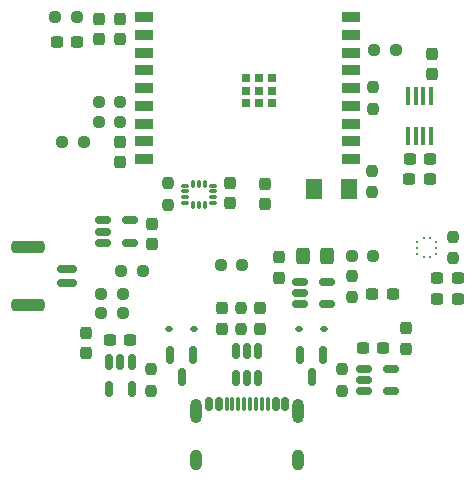
<source format=gbr>
%TF.GenerationSoftware,KiCad,Pcbnew,9.0.0*%
%TF.CreationDate,2025-12-27T14:24:40-08:00*%
%TF.ProjectId,esp_module_rev1,6573705f-6d6f-4647-956c-655f72657631,rev?*%
%TF.SameCoordinates,Original*%
%TF.FileFunction,Paste,Top*%
%TF.FilePolarity,Positive*%
%FSLAX46Y46*%
G04 Gerber Fmt 4.6, Leading zero omitted, Abs format (unit mm)*
G04 Created by KiCad (PCBNEW 9.0.0) date 2025-12-27 14:24:40*
%MOMM*%
%LPD*%
G01*
G04 APERTURE LIST*
G04 Aperture macros list*
%AMRoundRect*
0 Rectangle with rounded corners*
0 $1 Rounding radius*
0 $2 $3 $4 $5 $6 $7 $8 $9 X,Y pos of 4 corners*
0 Add a 4 corners polygon primitive as box body*
4,1,4,$2,$3,$4,$5,$6,$7,$8,$9,$2,$3,0*
0 Add four circle primitives for the rounded corners*
1,1,$1+$1,$2,$3*
1,1,$1+$1,$4,$5*
1,1,$1+$1,$6,$7*
1,1,$1+$1,$8,$9*
0 Add four rect primitives between the rounded corners*
20,1,$1+$1,$2,$3,$4,$5,0*
20,1,$1+$1,$4,$5,$6,$7,0*
20,1,$1+$1,$6,$7,$8,$9,0*
20,1,$1+$1,$8,$9,$2,$3,0*%
G04 Aperture macros list end*
%ADD10R,0.700000X0.700000*%
%ADD11R,1.500000X0.900000*%
%ADD12RoundRect,0.150000X-0.512500X-0.150000X0.512500X-0.150000X0.512500X0.150000X-0.512500X0.150000X0*%
%ADD13RoundRect,0.237500X-0.237500X0.300000X-0.237500X-0.300000X0.237500X-0.300000X0.237500X0.300000X0*%
%ADD14RoundRect,0.237500X0.250000X0.237500X-0.250000X0.237500X-0.250000X-0.237500X0.250000X-0.237500X0*%
%ADD15RoundRect,0.087500X-0.225000X-0.087500X0.225000X-0.087500X0.225000X0.087500X-0.225000X0.087500X0*%
%ADD16RoundRect,0.087500X-0.087500X-0.225000X0.087500X-0.225000X0.087500X0.225000X-0.087500X0.225000X0*%
%ADD17RoundRect,0.150000X-0.150000X-0.425000X0.150000X-0.425000X0.150000X0.425000X-0.150000X0.425000X0*%
%ADD18RoundRect,0.075000X-0.075000X-0.500000X0.075000X-0.500000X0.075000X0.500000X-0.075000X0.500000X0*%
%ADD19O,1.000000X2.100000*%
%ADD20O,1.000000X1.800000*%
%ADD21R,0.254000X0.279400*%
%ADD22R,0.279400X0.254000*%
%ADD23RoundRect,0.237500X0.237500X-0.250000X0.237500X0.250000X-0.237500X0.250000X-0.237500X-0.250000X0*%
%ADD24RoundRect,0.237500X-0.300000X-0.237500X0.300000X-0.237500X0.300000X0.237500X-0.300000X0.237500X0*%
%ADD25RoundRect,0.237500X-0.250000X-0.237500X0.250000X-0.237500X0.250000X0.237500X-0.250000X0.237500X0*%
%ADD26RoundRect,0.250000X-0.325000X-0.450000X0.325000X-0.450000X0.325000X0.450000X-0.325000X0.450000X0*%
%ADD27RoundRect,0.150000X0.700000X-0.150000X0.700000X0.150000X-0.700000X0.150000X-0.700000X-0.150000X0*%
%ADD28RoundRect,0.250000X1.150000X-0.250000X1.150000X0.250000X-1.150000X0.250000X-1.150000X-0.250000X0*%
%ADD29RoundRect,0.237500X0.237500X-0.300000X0.237500X0.300000X-0.237500X0.300000X-0.237500X-0.300000X0*%
%ADD30RoundRect,0.112500X-0.187500X-0.112500X0.187500X-0.112500X0.187500X0.112500X-0.187500X0.112500X0*%
%ADD31RoundRect,0.150000X-0.150000X0.587500X-0.150000X-0.587500X0.150000X-0.587500X0.150000X0.587500X0*%
%ADD32RoundRect,0.150000X-0.150000X0.512500X-0.150000X-0.512500X0.150000X-0.512500X0.150000X0.512500X0*%
%ADD33RoundRect,0.250001X-0.462499X-0.624999X0.462499X-0.624999X0.462499X0.624999X-0.462499X0.624999X0*%
%ADD34RoundRect,0.237500X-0.237500X0.250000X-0.237500X-0.250000X0.237500X-0.250000X0.237500X0.250000X0*%
%ADD35R,0.300000X1.600000*%
%ADD36RoundRect,0.150000X0.150000X-0.512500X0.150000X0.512500X-0.150000X0.512500X-0.150000X-0.512500X0*%
%ADD37RoundRect,0.237500X0.300000X0.237500X-0.300000X0.237500X-0.300000X-0.237500X0.300000X-0.237500X0*%
G04 APERTURE END LIST*
D10*
%TO.C,U5*%
X147610000Y-88350000D03*
X147610000Y-89450000D03*
X147610000Y-90550000D03*
X148710000Y-88350000D03*
X148710000Y-89450000D03*
X148710000Y-90550000D03*
X149810000Y-88350000D03*
X149810000Y-89450000D03*
X149810000Y-90550000D03*
D11*
X139000000Y-83250000D03*
X139000000Y-84750000D03*
X139000000Y-86250000D03*
X139000000Y-87750000D03*
X139000000Y-89250000D03*
X139000000Y-90750000D03*
X139000000Y-92250000D03*
X139000000Y-93750000D03*
X139000000Y-95250000D03*
X156500000Y-95250000D03*
X156500000Y-93750000D03*
X156500000Y-92250000D03*
X156500000Y-90750000D03*
X156500000Y-89250000D03*
X156500000Y-87750000D03*
X156500000Y-86250000D03*
X156500000Y-84750000D03*
X156500000Y-83250000D03*
%TD*%
D12*
%TO.C,U4*%
X157662500Y-113000000D03*
X157662500Y-113950000D03*
X157662500Y-114900000D03*
X159937500Y-114900000D03*
X159937500Y-113000000D03*
%TD*%
D13*
%TO.C,C7*%
X135200000Y-83387500D03*
X135200000Y-85112500D03*
%TD*%
D14*
%TO.C,R16*%
X160312500Y-86000000D03*
X158487500Y-86000000D03*
%TD*%
D15*
%TO.C,U8*%
X142487500Y-97500000D03*
X142487500Y-98000000D03*
X142487500Y-98500000D03*
X142487500Y-99000000D03*
D16*
X143150000Y-99162500D03*
X143650000Y-99162500D03*
X144150000Y-99162500D03*
D15*
X144812500Y-99000000D03*
X144812500Y-98500000D03*
X144812500Y-98000000D03*
X144812500Y-97500000D03*
D16*
X144150000Y-97337500D03*
X143650000Y-97337500D03*
X143150000Y-97337500D03*
%TD*%
D14*
%TO.C,R20*%
X138912500Y-104700000D03*
X137087500Y-104700000D03*
%TD*%
D17*
%TO.C,J1*%
X144550000Y-115970000D03*
X145350000Y-115970000D03*
D18*
X146500000Y-115970000D03*
X147500000Y-115970000D03*
X148000000Y-115970000D03*
X149000000Y-115970000D03*
D17*
X150150000Y-115970000D03*
X150950000Y-115970000D03*
X150950000Y-115970000D03*
X150150000Y-115970000D03*
D18*
X149500000Y-115970000D03*
X148500000Y-115970000D03*
X147000000Y-115970000D03*
X146000000Y-115970000D03*
D17*
X145350000Y-115970000D03*
X144550000Y-115970000D03*
D19*
X143430000Y-116545000D03*
D20*
X143430000Y-120725000D03*
D19*
X152070000Y-116545000D03*
D20*
X152070000Y-120725000D03*
%TD*%
D21*
%TO.C,U10*%
X162700000Y-103550000D03*
X163200000Y-103550000D03*
D22*
X163737400Y-103262599D03*
X163737400Y-102762600D03*
X163737400Y-102262601D03*
D21*
X163200000Y-101975200D03*
X162700000Y-101975200D03*
D22*
X162162600Y-102262601D03*
X162162600Y-102762600D03*
X162162600Y-103262599D03*
%TD*%
D14*
%TO.C,R8*%
X147312500Y-104250000D03*
X145487500Y-104250000D03*
%TD*%
D23*
%TO.C,R6*%
X139600000Y-114862500D03*
X139600000Y-113037500D03*
%TD*%
D14*
%TO.C,R12*%
X137012500Y-92150000D03*
X135187500Y-92150000D03*
%TD*%
D24*
%TO.C,C21*%
X163837500Y-105362500D03*
X165562500Y-105362500D03*
%TD*%
D25*
%TO.C,R18*%
X135400000Y-106700000D03*
X137225000Y-106700000D03*
%TD*%
D26*
%TO.C,D1*%
X152475000Y-103500000D03*
X154525000Y-103500000D03*
%TD*%
D27*
%TO.C,J3*%
X132525000Y-105775000D03*
X132525000Y-104525000D03*
D28*
X129175000Y-107625000D03*
X129175000Y-102675000D03*
%TD*%
D23*
%TO.C,R2*%
X156600000Y-106962500D03*
X156600000Y-105137500D03*
%TD*%
D29*
%TO.C,C15*%
X146300000Y-99012500D03*
X146300000Y-97287500D03*
%TD*%
%TO.C,C22*%
X134100000Y-111712500D03*
X134100000Y-109987500D03*
%TD*%
%TO.C,C3*%
X145650000Y-109612500D03*
X145650000Y-107887500D03*
%TD*%
D30*
%TO.C,D2*%
X141150000Y-109650000D03*
X143250000Y-109650000D03*
%TD*%
D25*
%TO.C,R9*%
X131487500Y-83250000D03*
X133312500Y-83250000D03*
%TD*%
D31*
%TO.C,Q2*%
X154150000Y-111812500D03*
X152250000Y-111812500D03*
X153200000Y-113687500D03*
%TD*%
D13*
%TO.C,C24*%
X139700000Y-100737500D03*
X139700000Y-102462500D03*
%TD*%
D25*
%TO.C,R3*%
X156600000Y-103450000D03*
X158425000Y-103450000D03*
%TD*%
D23*
%TO.C,R22*%
X165200000Y-103662500D03*
X165200000Y-101837500D03*
%TD*%
D32*
%TO.C,U3*%
X137950000Y-112412500D03*
X137000000Y-112412500D03*
X136050000Y-112412500D03*
X136050000Y-114687500D03*
X137950000Y-114687500D03*
%TD*%
D12*
%TO.C,U1*%
X152212500Y-105650000D03*
X152212500Y-106600000D03*
X152212500Y-107550000D03*
X154487500Y-107550000D03*
X154487500Y-105650000D03*
%TD*%
D29*
%TO.C,C23*%
X161200000Y-111312500D03*
X161200000Y-109587500D03*
%TD*%
D24*
%TO.C,C2*%
X158337500Y-106650000D03*
X160062500Y-106650000D03*
%TD*%
D33*
%TO.C,D4*%
X153412500Y-97750000D03*
X156387500Y-97750000D03*
%TD*%
D14*
%TO.C,R19*%
X137212500Y-108300000D03*
X135387500Y-108300000D03*
%TD*%
D30*
%TO.C,D3*%
X152150000Y-109650000D03*
X154250000Y-109650000D03*
%TD*%
D31*
%TO.C,Q1*%
X143150000Y-111812500D03*
X141250000Y-111812500D03*
X142200000Y-113687500D03*
%TD*%
D34*
%TO.C,R21*%
X141000000Y-97287500D03*
X141000000Y-99112500D03*
%TD*%
D24*
%TO.C,C13*%
X161487500Y-95287500D03*
X163212500Y-95287500D03*
%TD*%
D35*
%TO.C,U6*%
X161350000Y-93312500D03*
X162000000Y-93312500D03*
X162650000Y-93312500D03*
X163300000Y-93312500D03*
X163300000Y-89912500D03*
X162650000Y-89912500D03*
X162000000Y-89912500D03*
X161350000Y-89912500D03*
%TD*%
D14*
%TO.C,R10*%
X137012500Y-90450000D03*
X135187500Y-90450000D03*
%TD*%
D24*
%TO.C,C6*%
X157537500Y-111250000D03*
X159262500Y-111250000D03*
%TD*%
D36*
%TO.C,U2*%
X146800000Y-113787500D03*
X147750000Y-113787500D03*
X148700000Y-113787500D03*
X148700000Y-111512500D03*
X147750000Y-111512500D03*
X146800000Y-111512500D03*
%TD*%
D24*
%TO.C,C12*%
X161462500Y-96962500D03*
X163187500Y-96962500D03*
%TD*%
D13*
%TO.C,C10*%
X137000000Y-93787500D03*
X137000000Y-95512500D03*
%TD*%
D24*
%TO.C,C20*%
X163837500Y-107062500D03*
X165562500Y-107062500D03*
%TD*%
D37*
%TO.C,C9*%
X133325000Y-85350000D03*
X131600000Y-85350000D03*
%TD*%
D13*
%TO.C,C8*%
X137000000Y-83387500D03*
X137000000Y-85112500D03*
%TD*%
D23*
%TO.C,R13*%
X158300000Y-98075000D03*
X158300000Y-96250000D03*
%TD*%
D13*
%TO.C,C1*%
X150450000Y-103587500D03*
X150450000Y-105312500D03*
%TD*%
D34*
%TO.C,R1*%
X147250000Y-107837500D03*
X147250000Y-109662500D03*
%TD*%
D12*
%TO.C,U7*%
X135562500Y-100450000D03*
X135562500Y-101400000D03*
X135562500Y-102350000D03*
X137837500Y-102350000D03*
X137837500Y-100450000D03*
%TD*%
D23*
%TO.C,R15*%
X158400000Y-91012500D03*
X158400000Y-89187500D03*
%TD*%
D13*
%TO.C,C4*%
X148850000Y-107887500D03*
X148850000Y-109612500D03*
%TD*%
D29*
%TO.C,C11*%
X163400000Y-88062500D03*
X163400000Y-86337500D03*
%TD*%
%TO.C,C14*%
X149250000Y-99062500D03*
X149250000Y-97337500D03*
%TD*%
D37*
%TO.C,C5*%
X137862500Y-110550000D03*
X136137500Y-110550000D03*
%TD*%
D23*
%TO.C,R7*%
X155800000Y-114862500D03*
X155800000Y-113037500D03*
%TD*%
D25*
%TO.C,R11*%
X132087500Y-93850000D03*
X133912500Y-93850000D03*
%TD*%
M02*

</source>
